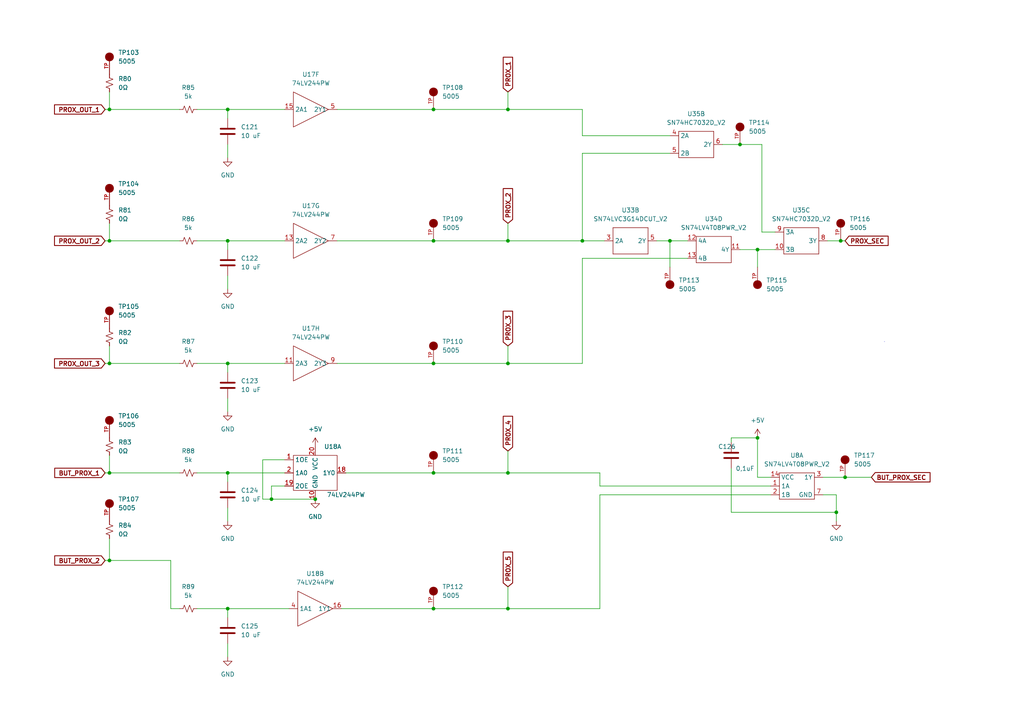
<source format=kicad_sch>
(kicad_sch (version 20211123) (generator eeschema)
  (paper "A4")
  (lib_symbols
    (symbol "74LV244PW_2"
      (property "Reference" "U" (at -5.08 7.62 0))
      (property "Value" "74LV244PW_2" (at -1.27 -6.35 0))
      (symbol "74LV244PW_2_1_1"
        (rectangle (start -6.35 5.08) (end 6.35 -5.08))
        (pin power_in line (at -8.89 3.81 0) (length 2.54) (name "1OE") (number "1"))
        (pin power_in line (at 0 -7.62 90) (length 2.54) (name "GND") (number "10"))
        (pin output line (at 8.89 0 180) (length 2.54) (name "1Y0") (number "18"))
        (pin power_in line (at -8.89 -3.81 0) (length 2.54) (name "2OE") (number "19"))
        (pin input line (at -8.89 0 0) (length 2.54) (name "1A0") (number "2"))
        (pin power_in line (at 0 7.62 270) (length 2.54) (name "VCC") (number "20"))
      )
      (symbol "74LV244PW_2_2_1"
        (polyline (pts (xy -6.35 0) (xy -6.35 5.08) (xy 3.81 0) (xy -6.35 -5.08) (xy -6.35 0)))
        (pin output line (at 6.35 0 180) (length 2.54) (name "1Y1") (number "16"))
        (pin input line (at -8.89 0 0) (length 2.54) (name "1A1") (number "4"))
      )
      (symbol "74LV244PW_2_3_1"
        (polyline (pts (xy -6.35 0) (xy -6.35 5.08) (xy 3.81 0) (xy -6.35 -5.08) (xy -6.35 0)))
        (pin output line (at 6.35 0 180) (length 2.54) (name "1Y2") (number "14"))
        (pin input line (at -8.89 0 0) (length 2.54) (name "1A2") (number "6"))
      )
      (symbol "74LV244PW_2_4_1"
        (polyline (pts (xy -6.35 0) (xy -6.35 5.08) (xy 3.81 0) (xy -6.35 -5.08) (xy -6.35 0)))
        (pin output line (at 6.35 0 180) (length 2.54) (name "1Y3") (number "12"))
        (pin input line (at -8.89 0 0) (length 2.54) (name "1A3") (number "8"))
      )
      (symbol "74LV244PW_2_5_1"
        (polyline (pts (xy -6.35 0) (xy -6.35 5.08) (xy 3.81 0) (xy -6.35 -5.08) (xy -6.35 0)))
        (pin input line (at -8.89 0 0) (length 2.54) (name "2A0") (number "17"))
        (pin output line (at 6.35 0 180) (length 2.54) (name "2Y0") (number "3"))
      )
      (symbol "74LV244PW_2_6_1"
        (polyline (pts (xy -6.35 0) (xy -6.35 5.08) (xy 3.81 0) (xy -6.35 -5.08) (xy -6.35 0)))
        (pin input line (at -8.89 0 0) (length 2.54) (name "2A1") (number "15"))
        (pin output line (at 6.35 0 180) (length 2.54) (name "2Y1") (number "5"))
      )
      (symbol "74LV244PW_2_7_1"
        (polyline (pts (xy -6.35 0) (xy -6.35 5.08) (xy 3.81 0) (xy -6.35 -5.08) (xy -6.35 0)))
        (pin input line (at -8.89 0 0) (length 2.54) (name "2A2") (number "13"))
        (pin output line (at 6.35 0 180) (length 2.54) (name "2Y2") (number "7"))
      )
      (symbol "74LV244PW_2_8_1"
        (polyline (pts (xy -6.35 0) (xy -6.35 5.08) (xy 3.81 0) (xy -6.35 -5.08) (xy -6.35 0)))
        (pin input line (at -8.89 0 0) (length 2.54) (name "2A3") (number "11"))
        (pin output line (at 6.35 0 180) (length 2.54) (name "2Y3") (number "9"))
      )
    )
    (symbol "Device:C" (pin_numbers hide) (pin_names (offset 0.254))
      (property "Reference" "C" (at 0.635 2.54 0))
      (property "Value" "C" (at 0.635 -2.54 0))
      (symbol "C_0_1"
        (polyline (pts (xy -2.032 -0.762) (xy 2.032 -0.762)) (stroke (width 0.508)))
        (polyline (pts (xy -2.032 0.762) (xy 2.032 0.762)) (stroke (width 0.508)))
      )
      (symbol "C_1_1"
        (pin passive line (at 0 3.81 270) (length 2.794) (name "~") (number "1"))
        (pin passive line (at 0 -3.81 90) (length 2.794) (name "~") (number "2"))
      )
    )
    (symbol "Device:R_Small_US" (pin_numbers hide) (pin_names (offset 0.254) hide)
      (property "Reference" "R" (at 0.762 0.508 0))
      (property "Value" "R_Small_US" (at 0.762 -1.016 0))
      (symbol "R_Small_US_1_1"
        (polyline (pts (xy 0 0) (xy 1.016 -0.381) (xy 0 -0.762) (xy -1.016 -1.143) (xy 0 -1.524)))
        (polyline (pts (xy 0 1.524) (xy 1.016 1.143) (xy 0 0.762) (xy -1.016 0.381) (xy 0 0)))
        (pin passive line (at 0 2.54 270) (length 1.016) (name "~") (number "1"))
        (pin passive line (at 0 -2.54 90) (length 1.016) (name "~") (number "2"))
      )
    )
    (symbol "SymLib:5005" (pin_names (offset 1.016))
      (property "Reference" "TP" (at -2.54 2.54 0))
      (property "Value" "5005" (at -2.54 -3.81 0))
      (symbol "5005_0_0"
        (circle (center 0 0) (radius 0.635) (stroke (width 1.27)))
        (pin passive line (at -5.08 0 0) (length 5.08) (name "~") (number "TP"))
      )
    )
    (symbol "SymLib:74LV244PW"
      (property "Reference" "U" (at -5.08 7.62 0))
      (property "Value" "74LV244PW" (at -1.27 -6.35 0))
      (symbol "74LV244PW_1_1"
        (rectangle (start -6.35 5.08) (end 6.35 -5.08))
        (pin power_in line (at -8.89 3.81 0) (length 2.54) (name "1OE") (number "1"))
        (pin power_in line (at 0 -7.62 90) (length 2.54) (name "GND") (number "10"))
        (pin output line (at 8.89 0 180) (length 2.54) (name "1Y0") (number "18"))
        (pin power_in line (at -8.89 -3.81 0) (length 2.54) (name "2OE") (number "19"))
        (pin input line (at -8.89 0 0) (length 2.54) (name "1A0") (number "2"))
        (pin power_in line (at 0 7.62 270) (length 2.54) (name "VCC") (number "20"))
      )
      (symbol "74LV244PW_2_1"
        (polyline (pts (xy -6.35 0) (xy -6.35 5.08) (xy 3.81 0) (xy -6.35 -5.08) (xy -6.35 0)))
        (pin output line (at 6.35 0 180) (length 2.54) (name "1Y1") (number "16"))
        (pin input line (at -8.89 0 0) (length 2.54) (name "1A1") (number "4"))
      )
      (symbol "74LV244PW_3_1"
        (polyline (pts (xy -6.35 0) (xy -6.35 5.08) (xy 3.81 0) (xy -6.35 -5.08) (xy -6.35 0)))
        (pin output line (at 6.35 0 180) (length 2.54) (name "1Y2") (number "14"))
        (pin input line (at -8.89 0 0) (length 2.54) (name "1A2") (number "6"))
      )
      (symbol "74LV244PW_4_1"
        (polyline (pts (xy -6.35 0) (xy -6.35 5.08) (xy 3.81 0) (xy -6.35 -5.08) (xy -6.35 0)))
        (pin output line (at 6.35 0 180) (length 2.54) (name "1Y3") (number "12"))
        (pin input line (at -8.89 0 0) (length 2.54) (name "1A3") (number "8"))
      )
      (symbol "74LV244PW_5_1"
        (polyline (pts (xy -6.35 0) (xy -6.35 5.08) (xy 3.81 0) (xy -6.35 -5.08) (xy -6.35 0)))
        (pin input line (at -8.89 0 0) (length 2.54) (name "2A0") (number "17"))
        (pin output line (at 6.35 0 180) (length 2.54) (name "2Y0") (number "3"))
      )
      (symbol "74LV244PW_6_1"
        (polyline (pts (xy -6.35 0) (xy -6.35 5.08) (xy 3.81 0) (xy -6.35 -5.08) (xy -6.35 0)))
        (pin input line (at -8.89 0 0) (length 2.54) (name "2A1") (number "15"))
        (pin output line (at 6.35 0 180) (length 2.54) (name "2Y1") (number "5"))
      )
      (symbol "74LV244PW_7_1"
        (polyline (pts (xy -6.35 0) (xy -6.35 5.08) (xy 3.81 0) (xy -6.35 -5.08) (xy -6.35 0)))
        (pin input line (at -8.89 0 0) (length 2.54) (name "2A2") (number "13"))
        (pin output line (at 6.35 0 180) (length 2.54) (name "2Y2") (number "7"))
      )
      (symbol "74LV244PW_8_1"
        (polyline (pts (xy -6.35 0) (xy -6.35 5.08) (xy 3.81 0) (xy -6.35 -5.08) (xy -6.35 0)))
        (pin input line (at -8.89 0 0) (length 2.54) (name "2A3") (number "11"))
        (pin output line (at 6.35 0 180) (length 2.54) (name "2Y3") (number "9"))
      )
    )
    (symbol "SymLib:SN74HC7032D_V2"
      (property "Reference" "U" (at -3.81 5.08 0))
      (property "Value" "SN74HC7032D_V2" (at 1.27 -5.08 0))
      (symbol "SN74HC7032D_V2_0_1"
        (rectangle (start -5.08 -3.81) (end 5.08 -3.81))
        (rectangle (start -5.08 3.81) (end -5.08 -3.81))
        (rectangle (start -5.08 3.81) (end 5.08 3.81))
        (rectangle (start 5.08 3.81) (end 5.08 -3.81))
      )
      (symbol "SN74HC7032D_V2_1_1"
        (pin input line (at -7.62 0 0) (length 2.54) (name "1A") (number "1"))
        (pin power_in line (at -7.62 2.54 0) (length 2.54) (name "VCC") (number "14"))
        (pin input line (at -7.62 -2.54 0) (length 2.54) (name "1B") (number "2"))
        (pin output line (at 7.62 2.54 180) (length 2.54) (name "1Y") (number "3"))
        (pin power_in line (at 7.62 -2.54 180) (length 2.54) (name "GND") (number "7"))
      )
      (symbol "SN74HC7032D_V2_2_1"
        (pin input line (at -7.62 2.54 0) (length 2.54) (name "2A") (number "4"))
        (pin input line (at -7.62 -2.54 0) (length 2.54) (name "2B") (number "5"))
        (pin output line (at 7.62 0 180) (length 2.54) (name "2Y") (number "6"))
      )
      (symbol "SN74HC7032D_V2_3_1"
        (pin input line (at -7.62 -2.54 0) (length 2.54) (name "3B") (number "10"))
        (pin output line (at 7.62 0 180) (length 2.54) (name "3Y") (number "8"))
        (pin input line (at -7.62 2.54 0) (length 2.54) (name "3A") (number "9"))
      )
      (symbol "SN74HC7032D_V2_4_1"
        (pin output line (at 7.62 0 180) (length 2.54) (name "4Y") (number "11"))
        (pin input line (at -7.62 2.54 0) (length 2.54) (name "4A") (number "12"))
        (pin input line (at -7.62 -2.54 0) (length 2.54) (name "4B") (number "13"))
      )
    )
    (symbol "SymLib:SN74LV4T08PWR_V2"
      (property "Reference" "U" (at -3.81 5.08 0))
      (property "Value" "SN74LV4T08PWR_V2" (at 0 -5.08 0))
      (symbol "SN74LV4T08PWR_V2_0_1"
        (rectangle (start -5.08 -3.81) (end 5.08 -3.81))
        (rectangle (start -5.08 3.81) (end -5.08 -3.81))
        (rectangle (start -5.08 3.81) (end 5.08 3.81))
        (rectangle (start 5.08 3.81) (end 5.08 -3.81))
      )
      (symbol "SN74LV4T08PWR_V2_1_1"
        (pin input line (at -7.62 0 0) (length 2.54) (name "1A") (number "1"))
        (pin power_in line (at -7.62 2.54 0) (length 2.54) (name "VCC") (number "14"))
        (pin input line (at -7.62 -2.54 0) (length 2.54) (name "1B") (number "2"))
        (pin output line (at 7.62 2.54 180) (length 2.54) (name "1Y") (number "3"))
        (pin power_in line (at 7.62 -2.54 180) (length 2.54) (name "GND") (number "7"))
      )
      (symbol "SN74LV4T08PWR_V2_2_1"
        (pin input line (at -7.62 2.54 0) (length 2.54) (name "2A") (number "4"))
        (pin input line (at -7.62 -2.54 0) (length 2.54) (name "2B") (number "5"))
        (pin output line (at 7.62 0 180) (length 2.54) (name "2Y") (number "6"))
      )
      (symbol "SN74LV4T08PWR_V2_3_1"
        (pin input line (at -7.62 -2.54 0) (length 2.54) (name "3B") (number "10"))
        (pin output line (at 7.62 0 180) (length 2.54) (name "3Y") (number "8"))
        (pin input line (at -7.62 2.54 0) (length 2.54) (name "3A") (number "9"))
      )
      (symbol "SN74LV4T08PWR_V2_4_1"
        (pin output line (at 7.62 0 180) (length 2.54) (name "4Y") (number "11"))
        (pin input line (at -7.62 2.54 0) (length 2.54) (name "4A") (number "12"))
        (pin input line (at -7.62 -2.54 0) (length 2.54) (name "4B") (number "13"))
      )
    )
    (symbol "SymLib:SN74LVC3G14DCUT_V2"
      (property "Reference" "U" (at -3.81 5.08 0))
      (property "Value" "SN74LVC3G14DCUT_V2" (at 0 -5.08 0))
      (symbol "SN74LVC3G14DCUT_V2_0_1"
        (rectangle (start -5.08 -3.81) (end 5.08 -3.81))
        (rectangle (start -5.08 3.81) (end -5.08 -3.81))
        (rectangle (start -5.08 3.81) (end 5.08 3.81))
        (rectangle (start 5.08 3.81) (end 5.08 -3.81))
      )
      (symbol "SN74LVC3G14DCUT_V2_1_1"
        (pin input line (at -7.62 0 0) (length 2.54) (name "1A") (number "1"))
        (pin output line (at 7.62 0 180) (length 2.54) (name "1Y") (number "7"))
        (pin power_out line (at 7.62 -2.54 180) (length 2.54) (name "GND") (number "7"))
        (pin power_in line (at -7.62 2.54 0) (length 2.54) (name "VCC") (number "8"))
      )
      (symbol "SN74LVC3G14DCUT_V2_2_1"
        (pin input line (at -7.62 0 0) (length 2.54) (name "2A") (number "3"))
        (pin output line (at 7.62 0 180) (length 2.54) (name "2Y") (number "5"))
      )
      (symbol "SN74LVC3G14DCUT_V2_3_1"
        (pin output line (at 7.62 0 180) (length 2.54) (name "3Y") (number "2"))
        (pin input line (at -7.62 0 0) (length 2.54) (name "3A") (number "6"))
      )
    )
    (symbol "power:+5V" (power) (pin_names (offset 0))
      (property "Value" "+5V" (at 0 3.556 0))
      (symbol "+5V_0_1"
        (polyline (pts (xy -0.762 1.27) (xy 0 2.54)))
        (polyline (pts (xy 0 0) (xy 0 2.54)))
        (polyline (pts (xy 0 2.54) (xy 0.762 1.27)))
      )
      (symbol "+5V_1_1"
        (pin power_in line (at 0 0 90) (length 0) hide (name "+5V") (number "1"))
      )
    )
    (symbol "power:GND" (power) (pin_names (offset 0))
      (property "Value" "GND" (at 0 -3.81 0))
      (symbol "GND_0_1"
        (polyline (pts (xy 0 0) (xy 0 -1.27) (xy 1.27 -1.27) (xy 0 -2.54) (xy -1.27 -1.27) (xy 0 -1.27)))
      )
      (symbol "GND_1_1"
        (pin power_in line (at 0 0 270) (length 0) hide (name "GND") (number "1"))
      )
    )
  )
  (junction (at 242.57 148.59))
  (junction (at 66.04 69.85))
  (junction (at 147.32 31.75))
  (junction (at 243.84 69.85))
  (junction (at 147.32 176.53))
  (junction (at 31.75 105.41))
  (junction (at 147.32 69.85))
  (junction (at 31.75 69.85))
  (junction (at 219.71 127))
  (junction (at 125.73 176.53))
  (junction (at 125.73 105.41))
  (junction (at 66.04 176.53))
  (junction (at 147.32 137.16))
  (junction (at 66.04 137.16))
  (junction (at 125.73 69.85))
  (junction (at 168.91 69.85))
  (junction (at 125.73 137.16))
  (junction (at 66.04 31.75))
  (junction (at 66.04 105.41))
  (junction (at 31.75 162.56))
  (junction (at 31.75 31.75))
  (junction (at 125.73 31.75))
  (junction (at 147.32 105.41))
  (junction (at 219.71 72.39))
  (junction (at 245.11 138.43))
  (junction (at 214.63 41.91))
  (junction (at 78.74 144.78))
  (junction (at 31.75 137.16))
  (junction (at 91.44 144.78))
  (junction (at 194.31 69.85))
  (wire (pts (xy 245.11 138.43) (xy 252.73 138.43)))
  (wire (pts (xy 66.04 137.16) (xy 82.55 137.16)))
  (wire (pts (xy 168.91 31.75) (xy 168.91 39.37)))
  (wire (pts (xy 31.75 137.16) (xy 52.07 137.16)))
  (wire (pts (xy 66.04 31.75) (xy 82.55 31.75)))
  (wire (pts (xy 212.09 135.89) (xy 212.09 148.59)))
  (wire (pts (xy 147.32 100.33) (xy 147.32 105.41)))
  (wire (pts (xy 147.32 130.81) (xy 147.32 137.16)))
  (wire (pts (xy 168.91 44.45) (xy 194.31 44.45)))
  (wire (pts (xy 100.33 137.16) (xy 125.73 137.16)))
  (wire (pts (xy 66.04 69.85) (xy 66.04 72.39)))
  (wire (pts (xy 219.71 127) (xy 219.71 138.43)))
  (wire (pts (xy 31.75 162.56) (xy 30.48 162.56)))
  (wire (pts (xy 66.04 31.75) (xy 66.04 34.29)))
  (wire (pts (xy 76.2 133.35) (xy 76.2 144.78)))
  (wire (pts (xy 147.32 170.18) (xy 147.32 176.53)))
  (wire (pts (xy 66.04 176.53) (xy 83.82 176.53)))
  (wire (pts (xy 66.04 69.85) (xy 82.55 69.85)))
  (wire (pts (xy 97.79 31.75) (xy 125.73 31.75)))
  (wire (pts (xy 30.48 69.85) (xy 31.75 69.85)))
  (wire (pts (xy 219.71 72.39) (xy 219.71 77.47)))
  (wire (pts (xy 214.63 72.39) (xy 219.71 72.39)))
  (wire (pts (xy 49.53 176.53) (xy 52.07 176.53)))
  (wire (pts (xy 238.76 143.51) (xy 242.57 143.51)))
  (polyline (pts (xy 256.54 99.06) (xy 256.54 99.06)))
  (wire (pts (xy 49.53 162.56) (xy 31.75 162.56)))
  (wire (pts (xy 57.15 176.53) (xy 66.04 176.53)))
  (wire (pts (xy 125.73 105.41) (xy 147.32 105.41)))
  (wire (pts (xy 66.04 176.53) (xy 66.04 179.07)))
  (wire (pts (xy 97.79 69.85) (xy 125.73 69.85)))
  (wire (pts (xy 31.75 100.33) (xy 31.75 105.41)))
  (wire (pts (xy 168.91 69.85) (xy 175.26 69.85)))
  (wire (pts (xy 82.55 133.35) (xy 76.2 133.35)))
  (wire (pts (xy 57.15 105.41) (xy 66.04 105.41)))
  (wire (pts (xy 220.98 41.91) (xy 220.98 67.31)))
  (wire (pts (xy 212.09 128.27) (xy 212.09 127)))
  (wire (pts (xy 31.75 64.77) (xy 31.75 69.85)))
  (wire (pts (xy 125.73 137.16) (xy 147.32 137.16)))
  (wire (pts (xy 31.75 132.08) (xy 31.75 137.16)))
  (wire (pts (xy 78.74 140.97) (xy 78.74 144.78)))
  (wire (pts (xy 66.04 80.01) (xy 66.04 83.82)))
  (wire (pts (xy 220.98 41.91) (xy 214.63 41.91)))
  (wire (pts (xy 99.06 176.53) (xy 125.73 176.53)))
  (wire (pts (xy 49.53 176.53) (xy 49.53 162.56)))
  (wire (pts (xy 242.57 148.59) (xy 242.57 151.13)))
  (wire (pts (xy 173.99 143.51) (xy 223.52 143.51)))
  (wire (pts (xy 243.84 69.85) (xy 240.03 69.85)))
  (wire (pts (xy 66.04 137.16) (xy 66.04 139.7)))
  (wire (pts (xy 125.73 69.85) (xy 147.32 69.85)))
  (wire (pts (xy 82.55 140.97) (xy 78.74 140.97)))
  (wire (pts (xy 242.57 143.51) (xy 242.57 148.59)))
  (wire (pts (xy 245.11 69.85) (xy 243.84 69.85)))
  (wire (pts (xy 66.04 115.57) (xy 66.04 119.38)))
  (wire (pts (xy 66.04 105.41) (xy 82.55 105.41)))
  (wire (pts (xy 173.99 176.53) (xy 173.99 143.51)))
  (wire (pts (xy 220.98 67.31) (xy 224.79 67.31)))
  (wire (pts (xy 190.5 69.85) (xy 194.31 69.85)))
  (wire (pts (xy 168.91 39.37) (xy 194.31 39.37)))
  (wire (pts (xy 66.04 147.32) (xy 66.04 151.13)))
  (wire (pts (xy 147.32 64.77) (xy 147.32 69.85)))
  (wire (pts (xy 147.32 69.85) (xy 168.91 69.85)))
  (wire (pts (xy 147.32 31.75) (xy 168.91 31.75)))
  (wire (pts (xy 212.09 148.59) (xy 242.57 148.59)))
  (wire (pts (xy 57.15 137.16) (xy 66.04 137.16)))
  (wire (pts (xy 31.75 156.21) (xy 31.75 162.56)))
  (wire (pts (xy 194.31 69.85) (xy 194.31 77.47)))
  (wire (pts (xy 31.75 69.85) (xy 52.07 69.85)))
  (wire (pts (xy 214.63 41.91) (xy 209.55 41.91)))
  (wire (pts (xy 30.48 105.41) (xy 31.75 105.41)))
  (wire (pts (xy 78.74 144.78) (xy 91.44 144.78)))
  (wire (pts (xy 31.75 26.67) (xy 31.75 31.75)))
  (wire (pts (xy 173.99 137.16) (xy 173.99 140.97)))
  (wire (pts (xy 31.75 105.41) (xy 52.07 105.41)))
  (wire (pts (xy 57.15 31.75) (xy 66.04 31.75)))
  (wire (pts (xy 219.71 72.39) (xy 224.79 72.39)))
  (wire (pts (xy 147.32 137.16) (xy 173.99 137.16)))
  (wire (pts (xy 212.09 127) (xy 219.71 127)))
  (wire (pts (xy 194.31 69.85) (xy 199.39 69.85)))
  (wire (pts (xy 97.79 105.41) (xy 125.73 105.41)))
  (wire (pts (xy 125.73 31.75) (xy 147.32 31.75)))
  (wire (pts (xy 76.2 144.78) (xy 78.74 144.78)))
  (wire (pts (xy 168.91 74.93) (xy 199.39 74.93)))
  (wire (pts (xy 147.32 26.67) (xy 147.32 31.75)))
  (wire (pts (xy 147.32 105.41) (xy 168.91 105.41)))
  (wire (pts (xy 30.48 137.16) (xy 31.75 137.16)))
  (wire (pts (xy 219.71 138.43) (xy 223.52 138.43)))
  (wire (pts (xy 238.76 138.43) (xy 245.11 138.43)))
  (wire (pts (xy 57.15 69.85) (xy 66.04 69.85)))
  (wire (pts (xy 168.91 105.41) (xy 168.91 74.93)))
  (wire (pts (xy 147.32 176.53) (xy 173.99 176.53)))
  (wire (pts (xy 168.91 44.45) (xy 168.91 69.85)))
  (wire (pts (xy 66.04 186.69) (xy 66.04 190.5)))
  (wire (pts (xy 66.04 105.41) (xy 66.04 107.95)))
  (wire (pts (xy 66.04 41.91) (xy 66.04 45.72)))
  (wire (pts (xy 125.73 176.53) (xy 147.32 176.53)))
  (wire (pts (xy 30.48 31.75) (xy 31.75 31.75)))
  (wire (pts (xy 31.75 31.75) (xy 52.07 31.75)))
  (wire (pts (xy 173.99 140.97) (xy 223.52 140.97)))
  (global_label "PROX_2" (shape input) (at 147.32 64.77 90) (effects (font (thickness 0.254) bold)) (property "Intersheet References" "${INTERSHEET_REFS}" (effects hide)))
  (global_label "BUT_PROX_2" (shape input) (at 30.48 162.56 180) (effects (font (thickness 0.254) bold)) (property "Intersheet References" "${INTERSHEET_REFS}" (effects hide)))
  (global_label "BUT_PROX_1" (shape input) (at 30.48 137.16 180) (effects (font (thickness 0.254) bold)) (property "Intersheet References" "${INTERSHEET_REFS}" (effects hide)))
  (global_label "PROX_OUT_1" (shape input) (at 30.48 31.75 180) (effects (font (thickness 0.254) bold)) (property "Intersheet References" "${INTERSHEET_REFS}" (effects hide)))
  (global_label "PROX_3" (shape input) (at 147.32 100.33 90) (effects (font (thickness 0.254) bold)) (property "Intersheet References" "${INTERSHEET_REFS}" (effects hide)))
  (global_label "PROX_OUT_3" (shape input) (at 30.48 105.41 180) (effects (font (thickness 0.254) bold)) (property "Intersheet References" "${INTERSHEET_REFS}" (effects hide)))
  (global_label "PROX_5" (shape input) (at 147.32 170.18 90) (effects (font (thickness 0.254) bold)) (property "Intersheet References" "${INTERSHEET_REFS}" (effects hide)))
  (global_label "PROX_OUT_2" (shape input) (at 30.48 69.85 180) (effects (font (thickness 0.254) bold)) (property "Intersheet References" "${INTERSHEET_REFS}" (effects hide)))
  (global_label "PROX_4" (shape input) (at 147.32 130.81 90) (effects (font (thickness 0.254) bold)) (property "Intersheet References" "${INTERSHEET_REFS}" (effects hide)))
  (global_label "PROX_1" (shape input) (at 147.32 26.67 90) (effects (font (thickness 0.254) bold)) (property "Intersheet References" "${INTERSHEET_REFS}" (effects hide)))
  (global_label "BUT_PROX_SEC" (shape input) (at 252.73 138.43 0) (effects (font (thickness 0.254) bold)) (property "Intersheet References" "${INTERSHEET_REFS}" (effects hide)))
  (global_label "PROX_SEC" (shape input) (at 245.11 69.85 0) (effects (font (thickness 0.254) bold)) (property "Intersheet References" "${INTERSHEET_REFS}" (effects hide)))
  (symbol (lib_id "SymLib:SN74LV4T08PWR_V2") (at 207.01 72.39 0) (unit 4)
    (property "Reference" "U34" (at 207.01 63.5 0))
    (property "Value" "SN74LV4T08PWR_V2" (at 207.01 66.04 0))
    (property "Footprint" "FootPrint:SN74LV4T08PWR" (effects hide))
  )
  (symbol (lib_id "Device:R_Small_US") (at 54.61 105.41 90) (unit 1)
    (property "Reference" "R87" (at 54.61 99.06 90))
    (property "Value" "5k" (at 54.61 101.6 90))
    (property "Footprint" "Resistor_SMD:R_0603_1608Metric" (effects hide))
  )
  (symbol (lib_id "Device:R_Small_US") (at 31.75 97.79 0) (unit 1)
    (property "Reference" "R82" (at 34.29 96.5199 0) (effects (justify left)))
    (property "Value" "0Ω" (at 34.29 99.0599 0) (effects (justify left)))
    (property "Footprint" "Resistor_SMD:R_0603_1608Metric" (effects hide))
  )
  (symbol (lib_id "SymLib:74LV244PW") (at 91.44 137.16 0) (unit 1)
    (property "Reference" "U18" (at 96.52 129.54 0))
    (property "Value" "74LV244PW" (at 100.33 143.51 0))
    (property "Footprint" "FootPrint:DB20" (effects hide))
  )
  (symbol (lib_id "power:+5V") (at 91.44 129.54 0) (unit 1)
    (property "Reference" "#PWR0197" (effects hide))
    (property "Value" "+5V" (at 91.44 124.46 0))
  )
  (symbol (lib_name "74LV244PW_2") (lib_id "SymLib:74LV244PW") (at 91.44 69.85 0) (unit 7)
    (property "Reference" "U17" (at 90.17 59.69 0))
    (property "Value" "74LV244PW" (at 90.17 62.23 0))
    (property "Footprint" "FootPrint:DB20" (effects hide))
  )
  (symbol (lib_id "Device:C") (at 66.04 182.88 0) (unit 1)
    (property "Reference" "C125" (at 69.85 181.6099 0) (effects (justify left)))
    (property "Value" "10 uF" (at 69.85 184.1499 0) (effects (justify left)))
    (property "Footprint" "Capacitor_SMD:C_0603_1608Metric" (effects hide))
  )
  (symbol (lib_id "power:GND") (at 66.04 190.5 0) (unit 1)
    (property "Reference" "#PWR0196" (effects hide))
    (property "Value" "GND" (at 66.04 195.58 0))
  )
  (symbol (lib_id "power:GND") (at 66.04 45.72 0) (unit 1)
    (property "Reference" "#PWR0192" (effects hide))
    (property "Value" "GND" (at 66.04 50.8 0))
  )
  (symbol (lib_id "Device:R_Small_US") (at 54.61 176.53 90) (unit 1)
    (property "Reference" "R89" (at 54.61 170.18 90))
    (property "Value" "5k" (at 54.61 172.72 90))
    (property "Footprint" "Resistor_SMD:R_0603_1608Metric" (effects hide))
  )
  (symbol (lib_id "Device:R_Small_US") (at 31.75 24.13 0) (unit 1)
    (property "Reference" "R80" (at 34.29 22.8599 0) (effects (justify left)))
    (property "Value" "0Ω" (at 34.29 25.3999 0) (effects (justify left)))
    (property "Footprint" "Resistor_SMD:R_0603_1608Metric" (effects hide))
  )
  (symbol (lib_id "power:GND") (at 66.04 83.82 0) (unit 1)
    (property "Reference" "#PWR0193" (effects hide))
    (property "Value" "GND" (at 66.04 88.9 0))
  )
  (symbol (lib_id "Device:R_Small_US") (at 31.75 129.54 0) (unit 1)
    (property "Reference" "R83" (at 34.29 128.2699 0) (effects (justify left)))
    (property "Value" "0Ω" (at 34.29 130.8099 0) (effects (justify left)))
    (property "Footprint" "Resistor_SMD:R_0603_1608Metric" (effects hide))
  )
  (symbol (lib_id "SymLib:5005") (at 31.75 121.92 90) (unit 1)
    (property "Reference" "TP106" (at 34.29 120.6499 90) (effects (justify right)))
    (property "Value" "5005" (at 34.29 123.1899 90) (effects (justify right)))
    (property "Footprint" "FootPrint:KEYSTONE_5005" (effects hide))
    (property "MF" "Keystone Electronics" (effects hide))
    (property "DESCRIPTION" "Compact THM Test Point -Red" (effects hide))
    (property "PACKAGE" "NON STANDARD-1 Keystone" (effects hide))
    (property "PRICE" "None" (effects hide))
    (property "MP" "5005" (effects hide))
    (property "AVAILABILITY" "In Stock" (effects hide))
    (property "PURCHASE-URL" "https://pricing.snapeda.com/search/part/5005/?ref=eda" (effects hide))
  )
  (symbol (lib_id "Device:R_Small_US") (at 54.61 137.16 90) (unit 1)
    (property "Reference" "R88" (at 54.61 130.81 90))
    (property "Value" "5k" (at 54.61 133.35 90))
    (property "Footprint" "Resistor_SMD:R_0603_1608Metric" (effects hide))
  )
  (symbol (lib_id "SymLib:5005") (at 125.73 64.77 90) (unit 1)
    (property "Reference" "TP109" (at 128.27 63.4999 90) (effects (justify right)))
    (property "Value" "5005" (at 128.27 66.0399 90) (effects (justify right)))
    (property "Footprint" "FootPrint:KEYSTONE_5005" (effects hide))
    (property "MF" "Keystone Electronics" (effects hide))
    (property "DESCRIPTION" "Compact THM Test Point -Red" (effects hide))
    (property "PACKAGE" "NON STANDARD-1 Keystone" (effects hide))
    (property "PRICE" "None" (effects hide))
    (property "MP" "5005" (effects hide))
    (property "AVAILABILITY" "In Stock" (effects hide))
    (property "PURCHASE-URL" "https://pricing.snapeda.com/search/part/5005/?ref=eda" (effects hide))
  )
  (symbol (lib_id "SymLib:74LV244PW") (at 92.71 176.53 0) (unit 2)
    (property "Reference" "U18" (at 91.44 166.37 0))
    (property "Value" "74LV244PW" (at 91.44 168.91 0))
    (property "Footprint" "FootPrint:DB20" (effects hide))
  )
  (symbol (lib_id "SymLib:5005") (at 125.73 132.08 90) (unit 1)
    (property "Reference" "TP111" (at 128.27 130.8099 90) (effects (justify right)))
    (property "Value" "5005" (at 128.27 133.3499 90) (effects (justify right)))
    (property "Footprint" "FootPrint:KEYSTONE_5005" (effects hide))
    (property "MF" "Keystone Electronics" (effects hide))
    (property "DESCRIPTION" "Compact THM Test Point -Red" (effects hide))
    (property "PACKAGE" "NON STANDARD-1 Keystone" (effects hide))
    (property "PRICE" "None" (effects hide))
    (property "MP" "5005" (effects hide))
    (property "AVAILABILITY" "In Stock" (effects hide))
    (property "PURCHASE-URL" "https://pricing.snapeda.com/search/part/5005/?ref=eda" (effects hide))
  )
  (symbol (lib_id "Device:C") (at 66.04 111.76 0) (unit 1)
    (property "Reference" "C123" (at 69.85 110.4899 0) (effects (justify left)))
    (property "Value" "10 uF" (at 69.85 113.0299 0) (effects (justify left)))
    (property "Footprint" "Capacitor_SMD:C_0603_1608Metric" (effects hide))
  )
  (symbol (lib_id "Device:C") (at 212.09 132.08 0) (unit 1)
    (property "Reference" "C126" (at 208.28 129.54 0) (effects (justify left)))
    (property "Value" "0,1uF" (at 213.36 135.89 0) (effects (justify left)))
    (property "Footprint" "Capacitor_SMD:C_0603_1608Metric" (effects hide))
  )
  (symbol (lib_id "Device:R_Small_US") (at 31.75 153.67 0) (unit 1)
    (property "Reference" "R84" (at 34.29 152.3999 0) (effects (justify left)))
    (property "Value" "0Ω" (at 34.29 154.9399 0) (effects (justify left)))
    (property "Footprint" "Resistor_SMD:R_0603_1608Metric" (effects hide))
  )
  (symbol (lib_id "SymLib:5005") (at 219.71 82.55 270) (unit 1)
    (property "Reference" "TP115" (at 222.25 81.2799 90) (effects (justify left)))
    (property "Value" "5005" (at 222.25 83.8199 90) (effects (justify left)))
    (property "Footprint" "FootPrint:KEYSTONE_5005" (effects hide))
    (property "MF" "Keystone Electronics" (effects hide))
    (property "DESCRIPTION" "Compact THM Test Point -Red" (effects hide))
    (property "PACKAGE" "NON STANDARD-1 Keystone" (effects hide))
    (property "PRICE" "None" (effects hide))
    (property "MP" "5005" (effects hide))
    (property "AVAILABILITY" "In Stock" (effects hide))
    (property "PURCHASE-URL" "https://pricing.snapeda.com/search/part/5005/?ref=eda" (effects hide))
  )
  (symbol (lib_id "power:+5V") (at 219.71 127 0) (unit 1)
    (property "Reference" "#PWR0199" (effects hide))
    (property "Value" "+5V" (at 219.71 121.92 0))
  )
  (symbol (lib_id "Device:R_Small_US") (at 54.61 69.85 90) (unit 1)
    (property "Reference" "R86" (at 54.61 63.5 90))
    (property "Value" "5k" (at 54.61 66.04 90))
    (property "Footprint" "Resistor_SMD:R_0603_1608Metric" (effects hide))
  )
  (symbol (lib_id "SymLib:5005") (at 31.75 90.17 90) (unit 1)
    (property "Reference" "TP105" (at 34.29 88.8999 90) (effects (justify right)))
    (property "Value" "5005" (at 34.29 91.4399 90) (effects (justify right)))
    (property "Footprint" "FootPrint:KEYSTONE_5005" (effects hide))
    (property "MF" "Keystone Electronics" (effects hide))
    (property "DESCRIPTION" "Compact THM Test Point -Red" (effects hide))
    (property "PACKAGE" "NON STANDARD-1 Keystone" (effects hide))
    (property "PRICE" "None" (effects hide))
    (property "MP" "5005" (effects hide))
    (property "AVAILABILITY" "In Stock" (effects hide))
    (property "PURCHASE-URL" "https://pricing.snapeda.com/search/part/5005/?ref=eda" (effects hide))
  )
  (symbol (lib_id "SymLib:5005") (at 125.73 171.45 90) (unit 1)
    (property "Reference" "TP112" (at 128.27 170.1799 90) (effects (justify right)))
    (property "Value" "5005" (at 128.27 172.7199 90) (effects (justify right)))
    (property "Footprint" "FootPrint:KEYSTONE_5005" (effects hide))
    (property "MF" "Keystone Electronics" (effects hide))
    (property "DESCRIPTION" "Compact THM Test Point -Red" (effects hide))
    (property "PACKAGE" "NON STANDARD-1 Keystone" (effects hide))
    (property "PRICE" "None" (effects hide))
    (property "MP" "5005" (effects hide))
    (property "AVAILABILITY" "In Stock" (effects hide))
    (property "PURCHASE-URL" "https://pricing.snapeda.com/search/part/5005/?ref=eda" (effects hide))
  )
  (symbol (lib_id "power:GND") (at 66.04 119.38 0) (unit 1)
    (property "Reference" "#PWR0194" (effects hide))
    (property "Value" "GND" (at 66.04 124.46 0))
  )
  (symbol (lib_id "Device:C") (at 66.04 143.51 0) (unit 1)
    (property "Reference" "C124" (at 69.85 142.2399 0) (effects (justify left)))
    (property "Value" "10 uF" (at 69.85 144.7799 0) (effects (justify left)))
    (property "Footprint" "Capacitor_SMD:C_0603_1608Metric" (effects hide))
  )
  (symbol (lib_id "Device:R_Small_US") (at 31.75 62.23 0) (unit 1)
    (property "Reference" "R81" (at 34.29 60.9599 0) (effects (justify left)))
    (property "Value" "0Ω" (at 34.29 63.4999 0) (effects (justify left)))
    (property "Footprint" "Resistor_SMD:R_0603_1608Metric" (effects hide))
  )
  (symbol (lib_id "SymLib:5005") (at 194.31 82.55 270) (unit 1)
    (property "Reference" "TP113" (at 196.85 81.2799 90) (effects (justify left)))
    (property "Value" "5005" (at 196.85 83.8199 90) (effects (justify left)))
    (property "Footprint" "FootPrint:KEYSTONE_5005" (effects hide))
    (property "MF" "Keystone Electronics" (effects hide))
    (property "DESCRIPTION" "Compact THM Test Point -Red" (effects hide))
    (property "PACKAGE" "NON STANDARD-1 Keystone" (effects hide))
    (property "PRICE" "None" (effects hide))
    (property "MP" "5005" (effects hide))
    (property "AVAILABILITY" "In Stock" (effects hide))
    (property "PURCHASE-URL" "https://pricing.snapeda.com/search/part/5005/?ref=eda" (effects hide))
  )
  (symbol (lib_id "SymLib:5005") (at 31.75 146.05 90) (unit 1)
    (property "Reference" "TP107" (at 34.29 144.7799 90) (effects (justify right)))
    (property "Value" "5005" (at 34.29 147.3199 90) (effects (justify right)))
    (property "Footprint" "FootPrint:KEYSTONE_5005" (effects hide))
    (property "MF" "Keystone Electronics" (effects hide))
    (property "DESCRIPTION" "Compact THM Test Point -Red" (effects hide))
    (property "PACKAGE" "NON STANDARD-1 Keystone" (effects hide))
    (property "PRICE" "None" (effects hide))
    (property "MP" "5005" (effects hide))
    (property "AVAILABILITY" "In Stock" (effects hide))
    (property "PURCHASE-URL" "https://pricing.snapeda.com/search/part/5005/?ref=eda" (effects hide))
  )
  (symbol (lib_id "SymLib:SN74HC7032D_V2") (at 201.93 41.91 0) (unit 2)
    (property "Reference" "U35" (at 201.93 33.02 0))
    (property "Value" "SN74HC7032D_V2" (at 201.93 35.56 0))
    (property "Footprint" "FootPrint:SN74HC7032D" (effects hide))
  )
  (symbol (lib_id "SymLib:5005") (at 31.75 54.61 90) (unit 1)
    (property "Reference" "TP104" (at 34.29 53.3399 90) (effects (justify right)))
    (property "Value" "5005" (at 34.29 55.8799 90) (effects (justify right)))
    (property "Footprint" "FootPrint:KEYSTONE_5005" (effects hide))
    (property "MF" "Keystone Electronics" (effects hide))
    (property "DESCRIPTION" "Compact THM Test Point -Red" (effects hide))
    (property "PACKAGE" "NON STANDARD-1 Keystone" (effects hide))
    (property "PRICE" "None" (effects hide))
    (property "MP" "5005" (effects hide))
    (property "AVAILABILITY" "In Stock" (effects hide))
    (property "PURCHASE-URL" "https://pricing.snapeda.com/search/part/5005/?ref=eda" (effects hide))
  )
  (symbol (lib_id "SymLib:5005") (at 125.73 26.67 90) (unit 1)
    (property "Reference" "TP108" (at 128.27 25.3999 90) (effects (justify right)))
    (property "Value" "5005" (at 128.27 27.9399 90) (effects (justify right)))
    (property "Footprint" "FootPrint:KEYSTONE_5005" (effects hide))
    (property "MF" "Keystone Electronics" (effects hide))
    (property "DESCRIPTION" "Compact THM Test Point -Red" (effects hide))
    (property "PACKAGE" "NON STANDARD-1 Keystone" (effects hide))
    (property "PRICE" "None" (effects hide))
    (property "MP" "5005" (effects hide))
    (property "AVAILABILITY" "In Stock" (effects hide))
    (property "PURCHASE-URL" "https://pricing.snapeda.com/search/part/5005/?ref=eda" (effects hide))
  )
  (symbol (lib_id "SymLib:5005") (at 125.73 100.33 90) (unit 1)
    (property "Reference" "TP110" (at 128.27 99.0599 90) (effects (justify right)))
    (property "Value" "5005" (at 128.27 101.5999 90) (effects (justify right)))
    (property "Footprint" "FootPrint:KEYSTONE_5005" (effects hide))
    (property "MF" "Keystone Electronics" (effects hide))
    (property "DESCRIPTION" "Compact THM Test Point -Red" (effects hide))
    (property "PACKAGE" "NON STANDARD-1 Keystone" (effects hide))
    (property "PRICE" "None" (effects hide))
    (property "MP" "5005" (effects hide))
    (property "AVAILABILITY" "In Stock" (effects hide))
    (property "PURCHASE-URL" "https://pricing.snapeda.com/search/part/5005/?ref=eda" (effects hide))
  )
  (symbol (lib_id "SymLib:5005") (at 245.11 133.35 90) (unit 1)
    (property "Reference" "TP117" (at 247.65 132.0799 90) (effects (justify right)))
    (property "Value" "5005" (at 247.65 134.6199 90) (effects (justify right)))
    (property "Footprint" "FootPrint:KEYSTONE_5005" (effects hide))
    (property "MF" "Keystone Electronics" (effects hide))
    (property "DESCRIPTION" "Compact THM Test Point -Red" (effects hide))
    (property "PACKAGE" "NON STANDARD-1 Keystone" (effects hide))
    (property "PRICE" "None" (effects hide))
    (property "MP" "5005" (effects hide))
    (property "AVAILABILITY" "In Stock" (effects hide))
    (property "PURCHASE-URL" "https://pricing.snapeda.com/search/part/5005/?ref=eda" (effects hide))
  )
  (symbol (lib_id "power:GND") (at 91.44 144.78 0) (unit 1)
    (property "Reference" "#PWR0198" (effects hide))
    (property "Value" "GND" (at 91.44 149.86 0))
  )
  (symbol (lib_id "power:GND") (at 66.04 151.13 0) (unit 1)
    (property "Reference" "#PWR0195" (effects hide))
    (property "Value" "GND" (at 66.04 156.21 0))
  )
  (symbol (lib_id "SymLib:74LV244PW") (at 91.44 31.75 0) (unit 6)
    (property "Reference" "U17" (at 90.17 21.59 0))
    (property "Value" "74LV244PW" (at 90.17 24.13 0))
    (property "Footprint" "FootPrint:DB20" (effects hide))
  )
  (symbol (lib_id "Device:R_Small_US") (at 54.61 31.75 90) (unit 1)
    (property "Reference" "R85" (at 54.61 25.4 90))
    (property "Value" "5k" (at 54.61 27.94 90))
    (property "Footprint" "Resistor_SMD:R_0603_1608Metric" (effects hide))
  )
  (symbol (lib_id "Device:C") (at 66.04 38.1 0) (unit 1)
    (property "Reference" "C121" (at 69.85 36.8299 0) (effects (justify left)))
    (property "Value" "10 uF" (at 69.85 39.3699 0) (effects (justify left)))
    (property "Footprint" "Capacitor_SMD:C_0603_1608Metric" (effects hide))
  )
  (symbol (lib_id "power:GND") (at 242.57 151.13 0) (unit 1)
    (property "Reference" "#PWR0200" (effects hide))
    (property "Value" "GND" (at 242.57 156.21 0))
  )
  (symbol (lib_id "SymLib:5005") (at 243.84 64.77 90) (unit 1)
    (property "Reference" "TP116" (at 246.38 63.4999 90) (effects (justify right)))
    (property "Value" "5005" (at 246.38 66.0399 90) (effects (justify right)))
    (property "Footprint" "FootPrint:KEYSTONE_5005" (effects hide))
    (property "MF" "Keystone Electronics" (effects hide))
    (property "DESCRIPTION" "Compact THM Test Point -Red" (effects hide))
    (property "PACKAGE" "NON STANDARD-1 Keystone" (effects hide))
    (property "PRICE" "None" (effects hide))
    (property "MP" "5005" (effects hide))
    (property "AVAILABILITY" "In Stock" (effects hide))
    (property "PURCHASE-URL" "https://pricing.snapeda.com/search/part/5005/?ref=eda" (effects hide))
  )
  (symbol (lib_id "SymLib:SN74HC7032D_V2") (at 232.41 69.85 0) (unit 3)
    (property "Reference" "U35" (at 232.41 60.96 0))
    (property "Value" "SN74HC7032D_V2" (at 232.41 63.5 0))
    (property "Footprint" "FootPrint:SN74HC7032D" (effects hide))
  )
  (symbol (lib_id "SymLib:5005") (at 214.63 36.83 90) (unit 1)
    (property "Reference" "TP114" (at 217.17 35.5599 90) (effects (justify right)))
    (property "Value" "5005" (at 217.17 38.0999 90) (effects (justify right)))
    (property "Footprint" "FootPrint:KEYSTONE_5005" (effects hide))
    (property "MF" "Keystone Electronics" (effects hide))
    (property "DESCRIPTION" "Compact THM Test Point -Red" (effects hide))
    (property "PACKAGE" "NON STANDARD-1 Keystone" (effects hide))
    (property "PRICE" "None" (effects hide))
    (property "MP" "5005" (effects hide))
    (property "AVAILABILITY" "In Stock" (effects hide))
    (property "PURCHASE-URL" "https://pricing.snapeda.com/search/part/5005/?ref=eda" (effects hide))
  )
  (symbol (lib_id "SymLib:5005") (at 31.75 16.51 90) (unit 1)
    (property "Reference" "TP103" (at 34.29 15.2399 90) (effects (justify right)))
    (property "Value" "5005" (at 34.29 17.7799 90) (effects (justify right)))
    (property "Footprint" "FootPrint:KEYSTONE_5005" (effects hide))
    (property "MF" "Keystone Electronics" (effects hide))
    (property "DESCRIPTION" "Compact THM Test Point -Red" (effects hide))
    (property "PACKAGE" "NON STANDARD-1 Keystone" (effects hide))
    (property "PRICE" "None" (effects hide))
    (property "MP" "5005" (effects hide))
    (property "AVAILABILITY" "In Stock" (effects hide))
    (property "PURCHASE-URL" "https://pricing.snapeda.com/search/part/5005/?ref=eda" (effects hide))
  )
  (symbol (lib_id "SymLib:74LV244PW") (at 91.44 105.41 0) (unit 8)
    (property "Reference" "U17" (at 90.17 95.25 0))
    (property "Value" "74LV244PW" (at 90.17 97.79 0))
    (property "Footprint" "FootPrint:DB20" (effects hide))
  )
  (symbol (lib_id "SymLib:SN74LVC3G14DCUT_V2") (at 182.88 69.85 0) (unit 2)
    (property "Reference" "U33" (at 182.88 60.96 0))
    (property "Value" "SN74LVC3G14DCUT_V2" (at 182.88 63.5 0))
    (property "Footprint" "FootPrint:SN74LVC3G14DCUT" (effects hide))
  )
  (symbol (lib_id "Device:C") (at 66.04 76.2 0) (unit 1)
    (property "Reference" "C122" (at 69.85 74.9299 0) (effects (justify left)))
    (property "Value" "10 uF" (at 69.85 77.4699 0) (effects (justify left)))
    (property "Footprint" "Capacitor_SMD:C_0603_1608Metric" (effects hide))
  )
  (symbol (lib_id "SymLib:SN74LV4T08PWR_V2") (at 231.14 140.97 0) (unit 1)
    (property "Reference" "U8" (at 231.14 132.08 0))
    (property "Value" "SN74LV4T08PWR_V2" (at 231.14 134.62 0))
    (property "Footprint" "FootPrint:SN74LV4T08PWR" (effects hide))
  )
)
</source>
